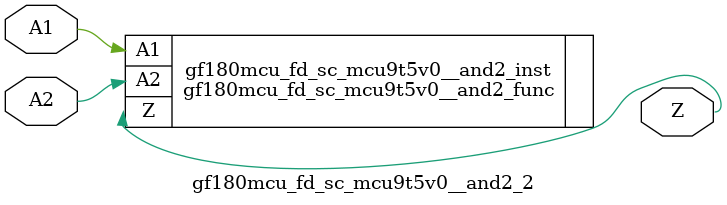
<source format=v>

`ifndef GF180MCU_FD_SC_MCU9T5V0__AND2_2_V
`define GF180MCU_FD_SC_MCU9T5V0__AND2_2_V

`include "gf180mcu_fd_sc_mcu9t5v0__and2.v"

`ifdef USE_POWER_PINS
module gf180mcu_fd_sc_mcu9t5v0__and2_2( A1, A2, Z, VDD, VSS );
inout VDD, VSS;
`else // If not USE_POWER_PINS
module gf180mcu_fd_sc_mcu9t5v0__and2_2( A1, A2, Z );
`endif // If not USE_POWER_PINS
input A1, A2;
output Z;

`ifdef USE_POWER_PINS
  gf180mcu_fd_sc_mcu9t5v0__and2_func gf180mcu_fd_sc_mcu9t5v0__and2_inst(.A1(A1),.A2(A2),.Z(Z),.VDD(VDD),.VSS(VSS));
`else // If not USE_POWER_PINS
  gf180mcu_fd_sc_mcu9t5v0__and2_func gf180mcu_fd_sc_mcu9t5v0__and2_inst(.A1(A1),.A2(A2),.Z(Z));
`endif // If not USE_POWER_PINS

`ifndef FUNCTIONAL
	// spec_gates_begin


	// spec_gates_end



   specify

	// specify_block_begin

	// comb arc A1 --> Z
	 (A1 => Z) = (1.0,1.0);

	// comb arc A2 --> Z
	 (A2 => Z) = (1.0,1.0);

	// specify_block_end

   endspecify

   `endif

endmodule
`endif // GF180MCU_FD_SC_MCU9T5V0__AND2_2_V

</source>
